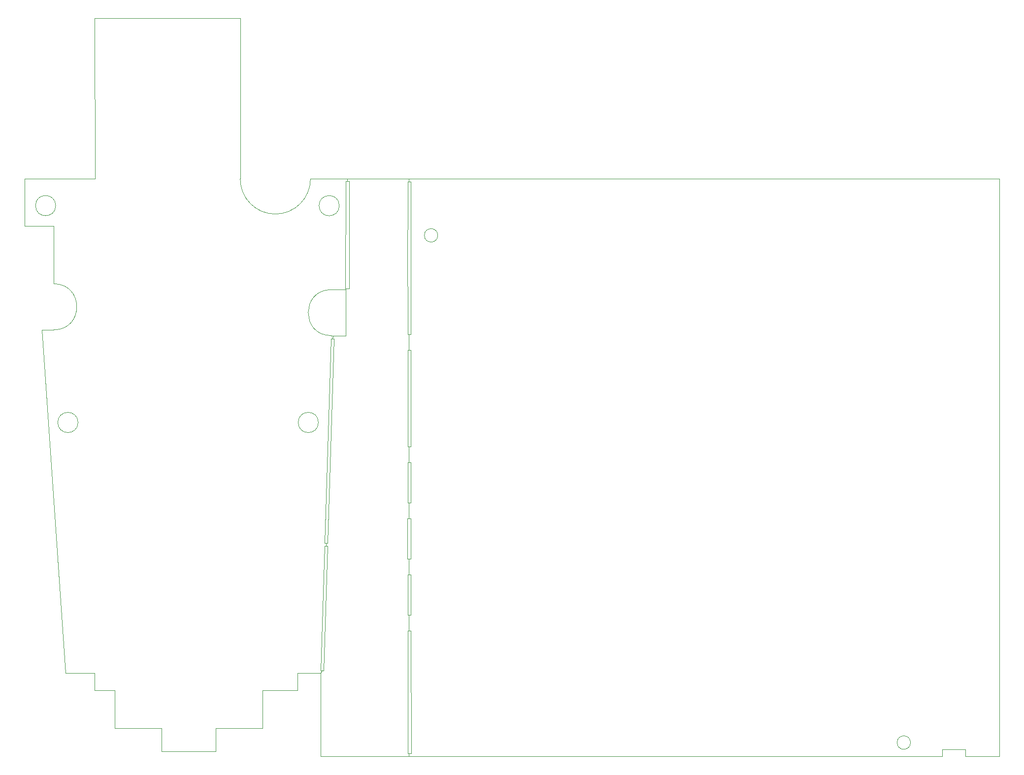
<source format=gbr>
G04 #@! TF.GenerationSoftware,KiCad,Pcbnew,(5.1.6)-1*
G04 #@! TF.CreationDate,2020-12-04T21:51:36-08:00*
G04 #@! TF.ProjectId,ReceiverCircuit,52656365-6976-4657-9243-697263756974,rev?*
G04 #@! TF.SameCoordinates,Original*
G04 #@! TF.FileFunction,Profile,NP*
%FSLAX46Y46*%
G04 Gerber Fmt 4.6, Leading zero omitted, Abs format (unit mm)*
G04 Created by KiCad (PCBNEW (5.1.6)-1) date 2020-12-04 21:51:36*
%MOMM*%
%LPD*%
G01*
G04 APERTURE LIST*
G04 #@! TA.AperFunction,Profile*
%ADD10C,0.050000*%
G04 #@! TD*
G04 #@! TA.AperFunction,Profile*
%ADD11C,0.100000*%
G04 #@! TD*
G04 #@! TA.AperFunction,Profile*
%ADD12C,0.000100*%
G04 #@! TD*
G04 APERTURE END LIST*
D10*
X90980260Y-71473060D02*
X91089480Y-71483220D01*
X91097100Y-71666100D02*
X91097100Y-79558600D01*
X91089480Y-71483220D02*
X91645740Y-71467980D01*
X102313740Y-151356060D02*
X101907340Y-151361140D01*
X102265480Y-130299460D02*
X102313740Y-151356060D01*
X101912420Y-151363680D02*
X101907340Y-151892000D01*
X101704140Y-151366220D02*
X101912420Y-151363680D01*
X101907340Y-151892000D02*
X101907340Y-151356060D01*
X101907340Y-151356060D02*
X101907340Y-151361140D01*
X91653360Y-53042820D02*
X91528900Y-53047900D01*
X101701600Y-60038100D02*
X101688900Y-62738000D01*
X91097100Y-71666100D02*
X91089480Y-71483220D01*
X91292680Y-53050440D02*
X91528900Y-53047900D01*
X91097100Y-53047900D02*
X91292680Y-53050440D01*
X91097100Y-53045360D02*
X91097100Y-53047900D01*
X101907340Y-127601980D02*
X101909880Y-130299460D01*
X101899720Y-117944900D02*
X101904800Y-120650000D01*
X101907340Y-108297980D02*
X101904800Y-110995460D01*
X101914960Y-98645980D02*
X101920040Y-101343460D01*
X101902260Y-79339440D02*
X101914960Y-82042000D01*
X101927660Y-52626260D02*
X101925120Y-53083460D01*
X86738460Y-137566400D02*
X86741000Y-137561320D01*
X86979760Y-137124440D02*
X86738460Y-137566400D01*
X87693500Y-115211860D02*
X87678260Y-115722400D01*
X88823800Y-79557880D02*
X88813640Y-80081120D01*
X91290140Y-52616100D02*
X91292680Y-53050440D01*
X203446380Y-151894540D02*
X201554600Y-151893660D01*
X102265480Y-130299460D02*
X101701600Y-130302000D01*
X102265480Y-127604520D02*
X101701600Y-127602100D01*
X102240080Y-117952520D02*
X101688900Y-117950100D01*
X102260400Y-108303060D02*
X101701600Y-108298100D01*
X102255320Y-98646100D02*
X101701600Y-98646100D01*
X102217220Y-79344520D02*
X101701600Y-79342100D01*
X102240080Y-111000420D02*
X101688900Y-110998000D01*
X102265480Y-120652420D02*
X102265480Y-127604520D01*
X102240080Y-111000420D02*
X102240080Y-117952520D01*
X102260400Y-101350960D02*
X102260400Y-108303060D01*
X102222300Y-82036920D02*
X102255320Y-98646100D01*
X102250240Y-53086000D02*
X102217220Y-79344520D01*
X102265480Y-120652420D02*
X101701600Y-120650000D01*
X102260400Y-101350960D02*
X101701600Y-101346000D01*
X102222300Y-82036920D02*
X101701600Y-82042000D01*
X101701600Y-130302000D02*
X101704140Y-151368760D01*
X101701600Y-120650000D02*
X101701600Y-127602100D01*
X101688900Y-110998000D02*
X101688900Y-117950100D01*
X101701600Y-101346000D02*
X101701600Y-108298100D01*
X101701600Y-82042000D02*
X101701600Y-98646100D01*
X101688900Y-62738000D02*
X101701600Y-79342100D01*
X101701600Y-53086000D02*
X101701600Y-60038100D01*
X102250240Y-53086000D02*
X101701600Y-53086000D01*
X87947500Y-115227100D02*
X87439500Y-115227100D01*
X89052400Y-80086200D02*
X87947500Y-115227100D01*
X88544400Y-80086200D02*
X89052400Y-80086200D01*
X87439500Y-115227100D02*
X88544400Y-80086200D01*
X87261700Y-137134600D02*
X86753700Y-137134600D01*
X87934800Y-115722400D02*
X87261700Y-137134600D01*
X87426800Y-115722400D02*
X87934800Y-115722400D01*
X203445500Y-123538500D02*
X203445500Y-52619000D01*
X203445500Y-123538500D02*
X203445500Y-151892000D01*
X86753700Y-137134600D02*
X87426800Y-115722400D01*
X88556900Y-79558600D02*
X91097100Y-79558600D01*
X88556900Y-71663800D02*
X91097100Y-71666100D01*
X91653360Y-53042820D02*
X91645740Y-71467980D01*
X84999100Y-52619000D02*
X203445500Y-52619000D01*
X101907340Y-151892000D02*
X86741000Y-151892000D01*
X91097100Y-53047900D02*
X90980260Y-71473060D01*
X86741000Y-151892000D02*
X86741000Y-137559000D01*
X42864100Y-137569000D02*
X38864100Y-78569000D01*
X40864100Y-78569000D02*
X38864100Y-78569000D01*
X40881300Y-70653400D02*
X40881300Y-60702700D01*
X76741000Y-140559000D02*
X82741000Y-140559000D01*
X76741000Y-147091900D02*
X76741000Y-140559000D01*
X68741000Y-147091900D02*
X76741000Y-147091900D01*
X51397900Y-140569000D02*
X47864100Y-140569000D01*
X51397900Y-147091900D02*
X51397900Y-140569000D01*
X59397900Y-147091900D02*
X51397900Y-147091900D01*
X47864100Y-137569000D02*
X47864100Y-140569000D01*
X42864100Y-137569000D02*
X47864100Y-137569000D01*
X35846000Y-52619000D02*
X35846000Y-60702700D01*
X40881300Y-60702700D02*
X35846000Y-60702700D01*
X40864100Y-78569000D02*
G75*
G03*
X40881300Y-70653400I8600J3957800D01*
G01*
X59397900Y-147091900D02*
X59397900Y-151091900D01*
X68741000Y-151091900D02*
X59397900Y-151091900D01*
X68741000Y-147091900D02*
X68741000Y-151091900D01*
X82741000Y-137559000D02*
X82741000Y-140559000D01*
X86741000Y-137559000D02*
X82741000Y-137559000D01*
X47927900Y-52619000D02*
X35846000Y-52619000D01*
X47924900Y-25000000D02*
X47927900Y-52619000D01*
X72924900Y-25000000D02*
X47924900Y-25000000D01*
X72924900Y-52619000D02*
X72924900Y-25000000D01*
X88556900Y-79558600D02*
G75*
G02*
X88556900Y-71663800I0J3947400D01*
G01*
X84999100Y-52619000D02*
G75*
G02*
X72924900Y-52619000I-6037100J0D01*
G01*
X41204540Y-57210200D02*
G75*
G03*
X41204540Y-57210200I-1736840J0D01*
G01*
X89946440Y-57219000D02*
G75*
G03*
X89946440Y-57219000I-1736840J0D01*
G01*
X86359060Y-94495400D02*
G75*
G03*
X86359060Y-94495400I-1736840J0D01*
G01*
X45034540Y-94495400D02*
G75*
G03*
X45034540Y-94495400I-1736840J0D01*
G01*
X188141720Y-149543660D02*
G75*
G03*
X188141720Y-149543660I-1152000J0D01*
G01*
X106876960Y-62323980D02*
G75*
G03*
X106876960Y-62323980I-1152000J0D01*
G01*
D11*
X101907340Y-151892000D02*
X140970000Y-151892000D01*
X140970000Y-151892000D02*
X189554600Y-151893660D01*
D12*
X189554600Y-151893660D02*
X193554600Y-151893660D01*
X193554600Y-151893660D02*
X193554600Y-150693660D01*
X193554600Y-150693660D02*
X197554600Y-150693660D01*
X197554600Y-150693660D02*
X197554600Y-151893660D01*
X197554600Y-151893660D02*
X201554600Y-151893660D01*
M02*

</source>
